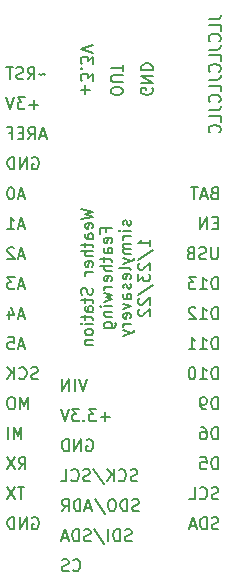
<source format=gbr>
%TF.GenerationSoftware,KiCad,Pcbnew,(6.0.0)*%
%TF.CreationDate,2022-01-23T09:20:33-05:00*%
%TF.ProjectId,Featherwing-bme680-als-PT19-breakout,46656174-6865-4727-9769-6e672d626d65,rev?*%
%TF.SameCoordinates,Original*%
%TF.FileFunction,Legend,Bot*%
%TF.FilePolarity,Positive*%
%FSLAX46Y46*%
G04 Gerber Fmt 4.6, Leading zero omitted, Abs format (unit mm)*
G04 Created by KiCad (PCBNEW (6.0.0)) date 2022-01-23 09:20:33*
%MOMM*%
%LPD*%
G01*
G04 APERTURE LIST*
%ADD10C,0.150000*%
G04 APERTURE END LIST*
D10*
X146772380Y-85550952D02*
X147486666Y-85550952D01*
X147629523Y-85503333D01*
X147724761Y-85408095D01*
X147772380Y-85265238D01*
X147772380Y-85170000D01*
X147772380Y-86503333D02*
X147772380Y-86027142D01*
X146772380Y-86027142D01*
X147677142Y-87408095D02*
X147724761Y-87360476D01*
X147772380Y-87217619D01*
X147772380Y-87122380D01*
X147724761Y-86979523D01*
X147629523Y-86884285D01*
X147534285Y-86836666D01*
X147343809Y-86789047D01*
X147200952Y-86789047D01*
X147010476Y-86836666D01*
X146915238Y-86884285D01*
X146820000Y-86979523D01*
X146772380Y-87122380D01*
X146772380Y-87217619D01*
X146820000Y-87360476D01*
X146867619Y-87408095D01*
X146772380Y-88122380D02*
X147486666Y-88122380D01*
X147629523Y-88074761D01*
X147724761Y-87979523D01*
X147772380Y-87836666D01*
X147772380Y-87741428D01*
X147772380Y-89074761D02*
X147772380Y-88598571D01*
X146772380Y-88598571D01*
X147677142Y-89979523D02*
X147724761Y-89931904D01*
X147772380Y-89789047D01*
X147772380Y-89693809D01*
X147724761Y-89550952D01*
X147629523Y-89455714D01*
X147534285Y-89408095D01*
X147343809Y-89360476D01*
X147200952Y-89360476D01*
X147010476Y-89408095D01*
X146915238Y-89455714D01*
X146820000Y-89550952D01*
X146772380Y-89693809D01*
X146772380Y-89789047D01*
X146820000Y-89931904D01*
X146867619Y-89979523D01*
X146772380Y-90693809D02*
X147486666Y-90693809D01*
X147629523Y-90646190D01*
X147724761Y-90550952D01*
X147772380Y-90408095D01*
X147772380Y-90312857D01*
X147772380Y-91646190D02*
X147772380Y-91170000D01*
X146772380Y-91170000D01*
X147677142Y-92550952D02*
X147724761Y-92503333D01*
X147772380Y-92360476D01*
X147772380Y-92265238D01*
X147724761Y-92122380D01*
X147629523Y-92027142D01*
X147534285Y-91979523D01*
X147343809Y-91931904D01*
X147200952Y-91931904D01*
X147010476Y-91979523D01*
X146915238Y-92027142D01*
X146820000Y-92122380D01*
X146772380Y-92265238D01*
X146772380Y-92360476D01*
X146820000Y-92503333D01*
X146867619Y-92550952D01*
X146772380Y-93265238D02*
X147486666Y-93265238D01*
X147629523Y-93217619D01*
X147724761Y-93122380D01*
X147772380Y-92979523D01*
X147772380Y-92884285D01*
X147772380Y-94217619D02*
X147772380Y-93741428D01*
X146772380Y-93741428D01*
X147677142Y-95122380D02*
X147724761Y-95074761D01*
X147772380Y-94931904D01*
X147772380Y-94836666D01*
X147724761Y-94693809D01*
X147629523Y-94598571D01*
X147534285Y-94550952D01*
X147343809Y-94503333D01*
X147200952Y-94503333D01*
X147010476Y-94550952D01*
X146915238Y-94598571D01*
X146820000Y-94693809D01*
X146772380Y-94836666D01*
X146772380Y-94931904D01*
X146820000Y-95074761D01*
X146867619Y-95122380D01*
X135975380Y-101632476D02*
X136975380Y-101870571D01*
X136261095Y-102061047D01*
X136975380Y-102251523D01*
X135975380Y-102489619D01*
X136927761Y-103251523D02*
X136975380Y-103156285D01*
X136975380Y-102965809D01*
X136927761Y-102870571D01*
X136832523Y-102822952D01*
X136451571Y-102822952D01*
X136356333Y-102870571D01*
X136308714Y-102965809D01*
X136308714Y-103156285D01*
X136356333Y-103251523D01*
X136451571Y-103299142D01*
X136546809Y-103299142D01*
X136642047Y-102822952D01*
X136975380Y-104156285D02*
X136451571Y-104156285D01*
X136356333Y-104108666D01*
X136308714Y-104013428D01*
X136308714Y-103822952D01*
X136356333Y-103727714D01*
X136927761Y-104156285D02*
X136975380Y-104061047D01*
X136975380Y-103822952D01*
X136927761Y-103727714D01*
X136832523Y-103680095D01*
X136737285Y-103680095D01*
X136642047Y-103727714D01*
X136594428Y-103822952D01*
X136594428Y-104061047D01*
X136546809Y-104156285D01*
X136308714Y-104489619D02*
X136308714Y-104870571D01*
X135975380Y-104632476D02*
X136832523Y-104632476D01*
X136927761Y-104680095D01*
X136975380Y-104775333D01*
X136975380Y-104870571D01*
X136975380Y-105203904D02*
X135975380Y-105203904D01*
X136975380Y-105632476D02*
X136451571Y-105632476D01*
X136356333Y-105584857D01*
X136308714Y-105489619D01*
X136308714Y-105346761D01*
X136356333Y-105251523D01*
X136403952Y-105203904D01*
X136927761Y-106489619D02*
X136975380Y-106394380D01*
X136975380Y-106203904D01*
X136927761Y-106108666D01*
X136832523Y-106061047D01*
X136451571Y-106061047D01*
X136356333Y-106108666D01*
X136308714Y-106203904D01*
X136308714Y-106394380D01*
X136356333Y-106489619D01*
X136451571Y-106537238D01*
X136546809Y-106537238D01*
X136642047Y-106061047D01*
X136975380Y-106965809D02*
X136308714Y-106965809D01*
X136499190Y-106965809D02*
X136403952Y-107013428D01*
X136356333Y-107061047D01*
X136308714Y-107156285D01*
X136308714Y-107251523D01*
X136927761Y-108299142D02*
X136975380Y-108442000D01*
X136975380Y-108680095D01*
X136927761Y-108775333D01*
X136880142Y-108822952D01*
X136784904Y-108870571D01*
X136689666Y-108870571D01*
X136594428Y-108822952D01*
X136546809Y-108775333D01*
X136499190Y-108680095D01*
X136451571Y-108489619D01*
X136403952Y-108394380D01*
X136356333Y-108346761D01*
X136261095Y-108299142D01*
X136165857Y-108299142D01*
X136070619Y-108346761D01*
X136023000Y-108394380D01*
X135975380Y-108489619D01*
X135975380Y-108727714D01*
X136023000Y-108870571D01*
X136308714Y-109156285D02*
X136308714Y-109537238D01*
X135975380Y-109299142D02*
X136832523Y-109299142D01*
X136927761Y-109346761D01*
X136975380Y-109442000D01*
X136975380Y-109537238D01*
X136975380Y-110299142D02*
X136451571Y-110299142D01*
X136356333Y-110251523D01*
X136308714Y-110156285D01*
X136308714Y-109965809D01*
X136356333Y-109870571D01*
X136927761Y-110299142D02*
X136975380Y-110203904D01*
X136975380Y-109965809D01*
X136927761Y-109870571D01*
X136832523Y-109822952D01*
X136737285Y-109822952D01*
X136642047Y-109870571D01*
X136594428Y-109965809D01*
X136594428Y-110203904D01*
X136546809Y-110299142D01*
X136308714Y-110632476D02*
X136308714Y-111013428D01*
X135975380Y-110775333D02*
X136832523Y-110775333D01*
X136927761Y-110822952D01*
X136975380Y-110918190D01*
X136975380Y-111013428D01*
X136975380Y-111346761D02*
X136308714Y-111346761D01*
X135975380Y-111346761D02*
X136023000Y-111299142D01*
X136070619Y-111346761D01*
X136023000Y-111394380D01*
X135975380Y-111346761D01*
X136070619Y-111346761D01*
X136975380Y-111965809D02*
X136927761Y-111870571D01*
X136880142Y-111822952D01*
X136784904Y-111775333D01*
X136499190Y-111775333D01*
X136403952Y-111822952D01*
X136356333Y-111870571D01*
X136308714Y-111965809D01*
X136308714Y-112108666D01*
X136356333Y-112203904D01*
X136403952Y-112251523D01*
X136499190Y-112299142D01*
X136784904Y-112299142D01*
X136880142Y-112251523D01*
X136927761Y-112203904D01*
X136975380Y-112108666D01*
X136975380Y-111965809D01*
X136308714Y-112727714D02*
X136975380Y-112727714D01*
X136403952Y-112727714D02*
X136356333Y-112775333D01*
X136308714Y-112870571D01*
X136308714Y-113013428D01*
X136356333Y-113108666D01*
X136451571Y-113156285D01*
X136975380Y-113156285D01*
X138061571Y-103561047D02*
X138061571Y-103227714D01*
X138585380Y-103227714D02*
X137585380Y-103227714D01*
X137585380Y-103703904D01*
X138537761Y-104465809D02*
X138585380Y-104370571D01*
X138585380Y-104180095D01*
X138537761Y-104084857D01*
X138442523Y-104037238D01*
X138061571Y-104037238D01*
X137966333Y-104084857D01*
X137918714Y-104180095D01*
X137918714Y-104370571D01*
X137966333Y-104465809D01*
X138061571Y-104513428D01*
X138156809Y-104513428D01*
X138252047Y-104037238D01*
X138585380Y-105370571D02*
X138061571Y-105370571D01*
X137966333Y-105322952D01*
X137918714Y-105227714D01*
X137918714Y-105037238D01*
X137966333Y-104942000D01*
X138537761Y-105370571D02*
X138585380Y-105275333D01*
X138585380Y-105037238D01*
X138537761Y-104942000D01*
X138442523Y-104894380D01*
X138347285Y-104894380D01*
X138252047Y-104942000D01*
X138204428Y-105037238D01*
X138204428Y-105275333D01*
X138156809Y-105370571D01*
X137918714Y-105703904D02*
X137918714Y-106084857D01*
X137585380Y-105846761D02*
X138442523Y-105846761D01*
X138537761Y-105894380D01*
X138585380Y-105989619D01*
X138585380Y-106084857D01*
X138585380Y-106418190D02*
X137585380Y-106418190D01*
X138585380Y-106846761D02*
X138061571Y-106846761D01*
X137966333Y-106799142D01*
X137918714Y-106703904D01*
X137918714Y-106561047D01*
X137966333Y-106465809D01*
X138013952Y-106418190D01*
X138537761Y-107703904D02*
X138585380Y-107608666D01*
X138585380Y-107418190D01*
X138537761Y-107322952D01*
X138442523Y-107275333D01*
X138061571Y-107275333D01*
X137966333Y-107322952D01*
X137918714Y-107418190D01*
X137918714Y-107608666D01*
X137966333Y-107703904D01*
X138061571Y-107751523D01*
X138156809Y-107751523D01*
X138252047Y-107275333D01*
X138585380Y-108180095D02*
X137918714Y-108180095D01*
X138109190Y-108180095D02*
X138013952Y-108227714D01*
X137966333Y-108275333D01*
X137918714Y-108370571D01*
X137918714Y-108465809D01*
X137918714Y-108703904D02*
X138585380Y-108894380D01*
X138109190Y-109084857D01*
X138585380Y-109275333D01*
X137918714Y-109465809D01*
X138585380Y-109846761D02*
X137918714Y-109846761D01*
X137585380Y-109846761D02*
X137633000Y-109799142D01*
X137680619Y-109846761D01*
X137633000Y-109894380D01*
X137585380Y-109846761D01*
X137680619Y-109846761D01*
X137918714Y-110322952D02*
X138585380Y-110322952D01*
X138013952Y-110322952D02*
X137966333Y-110370571D01*
X137918714Y-110465809D01*
X137918714Y-110608666D01*
X137966333Y-110703904D01*
X138061571Y-110751523D01*
X138585380Y-110751523D01*
X137918714Y-111656285D02*
X138728238Y-111656285D01*
X138823476Y-111608666D01*
X138871095Y-111561047D01*
X138918714Y-111465809D01*
X138918714Y-111322952D01*
X138871095Y-111227714D01*
X138537761Y-111656285D02*
X138585380Y-111561047D01*
X138585380Y-111370571D01*
X138537761Y-111275333D01*
X138490142Y-111227714D01*
X138394904Y-111180095D01*
X138109190Y-111180095D01*
X138013952Y-111227714D01*
X137966333Y-111275333D01*
X137918714Y-111370571D01*
X137918714Y-111561047D01*
X137966333Y-111656285D01*
X140147761Y-102584857D02*
X140195380Y-102680095D01*
X140195380Y-102870571D01*
X140147761Y-102965809D01*
X140052523Y-103013428D01*
X140004904Y-103013428D01*
X139909666Y-102965809D01*
X139862047Y-102870571D01*
X139862047Y-102727714D01*
X139814428Y-102632476D01*
X139719190Y-102584857D01*
X139671571Y-102584857D01*
X139576333Y-102632476D01*
X139528714Y-102727714D01*
X139528714Y-102870571D01*
X139576333Y-102965809D01*
X140195380Y-103442000D02*
X139528714Y-103442000D01*
X139195380Y-103442000D02*
X139243000Y-103394380D01*
X139290619Y-103442000D01*
X139243000Y-103489619D01*
X139195380Y-103442000D01*
X139290619Y-103442000D01*
X140195380Y-103918190D02*
X139528714Y-103918190D01*
X139719190Y-103918190D02*
X139623952Y-103965809D01*
X139576333Y-104013428D01*
X139528714Y-104108666D01*
X139528714Y-104203904D01*
X140195380Y-104537238D02*
X139528714Y-104537238D01*
X139623952Y-104537238D02*
X139576333Y-104584857D01*
X139528714Y-104680095D01*
X139528714Y-104822952D01*
X139576333Y-104918190D01*
X139671571Y-104965809D01*
X140195380Y-104965809D01*
X139671571Y-104965809D02*
X139576333Y-105013428D01*
X139528714Y-105108666D01*
X139528714Y-105251523D01*
X139576333Y-105346761D01*
X139671571Y-105394380D01*
X140195380Y-105394380D01*
X139528714Y-105775333D02*
X140195380Y-106013428D01*
X139528714Y-106251523D02*
X140195380Y-106013428D01*
X140433476Y-105918190D01*
X140481095Y-105870571D01*
X140528714Y-105775333D01*
X140195380Y-106775333D02*
X140147761Y-106680095D01*
X140052523Y-106632476D01*
X139195380Y-106632476D01*
X140147761Y-107537238D02*
X140195380Y-107442000D01*
X140195380Y-107251523D01*
X140147761Y-107156285D01*
X140052523Y-107108666D01*
X139671571Y-107108666D01*
X139576333Y-107156285D01*
X139528714Y-107251523D01*
X139528714Y-107442000D01*
X139576333Y-107537238D01*
X139671571Y-107584857D01*
X139766809Y-107584857D01*
X139862047Y-107108666D01*
X140147761Y-107965809D02*
X140195380Y-108061047D01*
X140195380Y-108251523D01*
X140147761Y-108346761D01*
X140052523Y-108394380D01*
X140004904Y-108394380D01*
X139909666Y-108346761D01*
X139862047Y-108251523D01*
X139862047Y-108108666D01*
X139814428Y-108013428D01*
X139719190Y-107965809D01*
X139671571Y-107965809D01*
X139576333Y-108013428D01*
X139528714Y-108108666D01*
X139528714Y-108251523D01*
X139576333Y-108346761D01*
X140195380Y-109251523D02*
X139671571Y-109251523D01*
X139576333Y-109203904D01*
X139528714Y-109108666D01*
X139528714Y-108918190D01*
X139576333Y-108822952D01*
X140147761Y-109251523D02*
X140195380Y-109156285D01*
X140195380Y-108918190D01*
X140147761Y-108822952D01*
X140052523Y-108775333D01*
X139957285Y-108775333D01*
X139862047Y-108822952D01*
X139814428Y-108918190D01*
X139814428Y-109156285D01*
X139766809Y-109251523D01*
X139528714Y-109632476D02*
X140195380Y-109870571D01*
X139528714Y-110108666D01*
X140147761Y-110870571D02*
X140195380Y-110775333D01*
X140195380Y-110584857D01*
X140147761Y-110489619D01*
X140052523Y-110442000D01*
X139671571Y-110442000D01*
X139576333Y-110489619D01*
X139528714Y-110584857D01*
X139528714Y-110775333D01*
X139576333Y-110870571D01*
X139671571Y-110918190D01*
X139766809Y-110918190D01*
X139862047Y-110442000D01*
X140195380Y-111346761D02*
X139528714Y-111346761D01*
X139719190Y-111346761D02*
X139623952Y-111394380D01*
X139576333Y-111442000D01*
X139528714Y-111537238D01*
X139528714Y-111632476D01*
X139528714Y-111870571D02*
X140195380Y-112108666D01*
X139528714Y-112346761D02*
X140195380Y-112108666D01*
X140433476Y-112013428D01*
X140481095Y-111965809D01*
X140528714Y-111870571D01*
X141805380Y-104775333D02*
X141805380Y-104203904D01*
X141805380Y-104489619D02*
X140805380Y-104489619D01*
X140948238Y-104394380D01*
X141043476Y-104299142D01*
X141091095Y-104203904D01*
X140757761Y-105918190D02*
X142043476Y-105061047D01*
X140900619Y-106203904D02*
X140853000Y-106251523D01*
X140805380Y-106346761D01*
X140805380Y-106584857D01*
X140853000Y-106680095D01*
X140900619Y-106727714D01*
X140995857Y-106775333D01*
X141091095Y-106775333D01*
X141233952Y-106727714D01*
X141805380Y-106156285D01*
X141805380Y-106775333D01*
X140805380Y-107108666D02*
X140805380Y-107727714D01*
X141186333Y-107394380D01*
X141186333Y-107537238D01*
X141233952Y-107632476D01*
X141281571Y-107680095D01*
X141376809Y-107727714D01*
X141614904Y-107727714D01*
X141710142Y-107680095D01*
X141757761Y-107632476D01*
X141805380Y-107537238D01*
X141805380Y-107251523D01*
X141757761Y-107156285D01*
X141710142Y-107108666D01*
X140757761Y-108870571D02*
X142043476Y-108013428D01*
X140900619Y-109156285D02*
X140853000Y-109203904D01*
X140805380Y-109299142D01*
X140805380Y-109537238D01*
X140853000Y-109632476D01*
X140900619Y-109680095D01*
X140995857Y-109727714D01*
X141091095Y-109727714D01*
X141233952Y-109680095D01*
X141805380Y-109108666D01*
X141805380Y-109727714D01*
X140900619Y-110108666D02*
X140853000Y-110156285D01*
X140805380Y-110251523D01*
X140805380Y-110489619D01*
X140853000Y-110584857D01*
X140900619Y-110632476D01*
X140995857Y-110680095D01*
X141091095Y-110680095D01*
X141233952Y-110632476D01*
X141805380Y-110061047D01*
X141805380Y-110680095D01*
X141978000Y-91392190D02*
X142025619Y-91487428D01*
X142025619Y-91630286D01*
X141978000Y-91773143D01*
X141882761Y-91868381D01*
X141787523Y-91916000D01*
X141597047Y-91963619D01*
X141454190Y-91963619D01*
X141263714Y-91916000D01*
X141168476Y-91868381D01*
X141073238Y-91773143D01*
X141025619Y-91630286D01*
X141025619Y-91535047D01*
X141073238Y-91392190D01*
X141120857Y-91344571D01*
X141454190Y-91344571D01*
X141454190Y-91535047D01*
X141025619Y-90916000D02*
X142025619Y-90916000D01*
X141025619Y-90344571D01*
X142025619Y-90344571D01*
X141025619Y-89868381D02*
X142025619Y-89868381D01*
X142025619Y-89630286D01*
X141978000Y-89487428D01*
X141882761Y-89392190D01*
X141787523Y-89344571D01*
X141597047Y-89296952D01*
X141454190Y-89296952D01*
X141263714Y-89344571D01*
X141168476Y-89392190D01*
X141073238Y-89487428D01*
X141025619Y-89630286D01*
X141025619Y-89868381D01*
X136326571Y-91916000D02*
X136326571Y-91154095D01*
X135945619Y-91535047D02*
X136707523Y-91535047D01*
X136945619Y-90773142D02*
X136945619Y-90154095D01*
X136564666Y-90487428D01*
X136564666Y-90344571D01*
X136517047Y-90249333D01*
X136469428Y-90201714D01*
X136374190Y-90154095D01*
X136136095Y-90154095D01*
X136040857Y-90201714D01*
X135993238Y-90249333D01*
X135945619Y-90344571D01*
X135945619Y-90630285D01*
X135993238Y-90725523D01*
X136040857Y-90773142D01*
X136040857Y-89725523D02*
X135993238Y-89677904D01*
X135945619Y-89725523D01*
X135993238Y-89773142D01*
X136040857Y-89725523D01*
X135945619Y-89725523D01*
X136945619Y-89344571D02*
X136945619Y-88725523D01*
X136564666Y-89058857D01*
X136564666Y-88916000D01*
X136517047Y-88820761D01*
X136469428Y-88773142D01*
X136374190Y-88725523D01*
X136136095Y-88725523D01*
X136040857Y-88773142D01*
X135993238Y-88820761D01*
X135945619Y-88916000D01*
X135945619Y-89201714D01*
X135993238Y-89296952D01*
X136040857Y-89344571D01*
X136945619Y-88439809D02*
X135945619Y-88106476D01*
X136945619Y-87773142D01*
X139485619Y-91725524D02*
X139485619Y-91535047D01*
X139438000Y-91439809D01*
X139342761Y-91344571D01*
X139152285Y-91296952D01*
X138818952Y-91296952D01*
X138628476Y-91344571D01*
X138533238Y-91439809D01*
X138485619Y-91535047D01*
X138485619Y-91725524D01*
X138533238Y-91820762D01*
X138628476Y-91916000D01*
X138818952Y-91963619D01*
X139152285Y-91963619D01*
X139342761Y-91916000D01*
X139438000Y-91820762D01*
X139485619Y-91725524D01*
X139485619Y-90868381D02*
X138676095Y-90868381D01*
X138580857Y-90820762D01*
X138533238Y-90773143D01*
X138485619Y-90677904D01*
X138485619Y-90487428D01*
X138533238Y-90392190D01*
X138580857Y-90344571D01*
X138676095Y-90296952D01*
X139485619Y-90296952D01*
X139485619Y-89963619D02*
X139485619Y-89392190D01*
X138485619Y-89677904D02*
X139485619Y-89677904D01*
X136437524Y-116051080D02*
X136104190Y-117051080D01*
X135770857Y-116051080D01*
X135437524Y-117051080D02*
X135437524Y-116051080D01*
X134961333Y-117051080D02*
X134961333Y-116051080D01*
X134389905Y-117051080D01*
X134389905Y-116051080D01*
X136437523Y-121166000D02*
X136532761Y-121118380D01*
X136675619Y-121118380D01*
X136818476Y-121166000D01*
X136913714Y-121261238D01*
X136961333Y-121356476D01*
X137008952Y-121546952D01*
X137008952Y-121689809D01*
X136961333Y-121880285D01*
X136913714Y-121975523D01*
X136818476Y-122070761D01*
X136675619Y-122118380D01*
X136580380Y-122118380D01*
X136437523Y-122070761D01*
X136389904Y-122023142D01*
X136389904Y-121689809D01*
X136580380Y-121689809D01*
X135961333Y-122118380D02*
X135961333Y-121118380D01*
X135389904Y-122118380D01*
X135389904Y-121118380D01*
X134913714Y-122118380D02*
X134913714Y-121118380D01*
X134675619Y-121118380D01*
X134532761Y-121166000D01*
X134437523Y-121261238D01*
X134389904Y-121356476D01*
X134342285Y-121546952D01*
X134342285Y-121689809D01*
X134389904Y-121880285D01*
X134437523Y-121975523D01*
X134532761Y-122070761D01*
X134675619Y-122118380D01*
X134913714Y-122118380D01*
X140723238Y-124610761D02*
X140580381Y-124658380D01*
X140342285Y-124658380D01*
X140247047Y-124610761D01*
X140199428Y-124563142D01*
X140151809Y-124467904D01*
X140151809Y-124372666D01*
X140199428Y-124277428D01*
X140247047Y-124229809D01*
X140342285Y-124182190D01*
X140532762Y-124134571D01*
X140628000Y-124086952D01*
X140675619Y-124039333D01*
X140723238Y-123944095D01*
X140723238Y-123848857D01*
X140675619Y-123753619D01*
X140628000Y-123706000D01*
X140532762Y-123658380D01*
X140294666Y-123658380D01*
X140151809Y-123706000D01*
X139151809Y-124563142D02*
X139199428Y-124610761D01*
X139342285Y-124658380D01*
X139437523Y-124658380D01*
X139580381Y-124610761D01*
X139675619Y-124515523D01*
X139723238Y-124420285D01*
X139770857Y-124229809D01*
X139770857Y-124086952D01*
X139723238Y-123896476D01*
X139675619Y-123801238D01*
X139580381Y-123706000D01*
X139437523Y-123658380D01*
X139342285Y-123658380D01*
X139199428Y-123706000D01*
X139151809Y-123753619D01*
X138723238Y-124658380D02*
X138723238Y-123658380D01*
X138151809Y-124658380D02*
X138580381Y-124086952D01*
X138151809Y-123658380D02*
X138723238Y-124229809D01*
X137008952Y-123610761D02*
X137866095Y-124896476D01*
X136723238Y-124610761D02*
X136580381Y-124658380D01*
X136342285Y-124658380D01*
X136247047Y-124610761D01*
X136199428Y-124563142D01*
X136151809Y-124467904D01*
X136151809Y-124372666D01*
X136199428Y-124277428D01*
X136247047Y-124229809D01*
X136342285Y-124182190D01*
X136532762Y-124134571D01*
X136628000Y-124086952D01*
X136675619Y-124039333D01*
X136723238Y-123944095D01*
X136723238Y-123848857D01*
X136675619Y-123753619D01*
X136628000Y-123706000D01*
X136532762Y-123658380D01*
X136294666Y-123658380D01*
X136151809Y-123706000D01*
X135151809Y-124563142D02*
X135199428Y-124610761D01*
X135342285Y-124658380D01*
X135437523Y-124658380D01*
X135580381Y-124610761D01*
X135675619Y-124515523D01*
X135723238Y-124420285D01*
X135770857Y-124229809D01*
X135770857Y-124086952D01*
X135723238Y-123896476D01*
X135675619Y-123801238D01*
X135580381Y-123706000D01*
X135437523Y-123658380D01*
X135342285Y-123658380D01*
X135199428Y-123706000D01*
X135151809Y-123753619D01*
X134247047Y-124658380D02*
X134723238Y-124658380D01*
X134723238Y-123658380D01*
X140247047Y-129690761D02*
X140104190Y-129738380D01*
X139866095Y-129738380D01*
X139770857Y-129690761D01*
X139723238Y-129643142D01*
X139675619Y-129547904D01*
X139675619Y-129452666D01*
X139723238Y-129357428D01*
X139770857Y-129309809D01*
X139866095Y-129262190D01*
X140056571Y-129214571D01*
X140151809Y-129166952D01*
X140199428Y-129119333D01*
X140247047Y-129024095D01*
X140247047Y-128928857D01*
X140199428Y-128833619D01*
X140151809Y-128786000D01*
X140056571Y-128738380D01*
X139818476Y-128738380D01*
X139675619Y-128786000D01*
X139247047Y-129738380D02*
X139247047Y-128738380D01*
X139008952Y-128738380D01*
X138866095Y-128786000D01*
X138770857Y-128881238D01*
X138723238Y-128976476D01*
X138675619Y-129166952D01*
X138675619Y-129309809D01*
X138723238Y-129500285D01*
X138770857Y-129595523D01*
X138866095Y-129690761D01*
X139008952Y-129738380D01*
X139247047Y-129738380D01*
X138247047Y-129738380D02*
X138247047Y-128738380D01*
X137056571Y-128690761D02*
X137913714Y-129976476D01*
X136770857Y-129690761D02*
X136628000Y-129738380D01*
X136389905Y-129738380D01*
X136294667Y-129690761D01*
X136247047Y-129643142D01*
X136199428Y-129547904D01*
X136199428Y-129452666D01*
X136247047Y-129357428D01*
X136294667Y-129309809D01*
X136389905Y-129262190D01*
X136580381Y-129214571D01*
X136675619Y-129166952D01*
X136723238Y-129119333D01*
X136770857Y-129024095D01*
X136770857Y-128928857D01*
X136723238Y-128833619D01*
X136675619Y-128786000D01*
X136580381Y-128738380D01*
X136342286Y-128738380D01*
X136199428Y-128786000D01*
X135770857Y-129738380D02*
X135770857Y-128738380D01*
X135532762Y-128738380D01*
X135389905Y-128786000D01*
X135294667Y-128881238D01*
X135247047Y-128976476D01*
X135199428Y-129166952D01*
X135199428Y-129309809D01*
X135247047Y-129500285D01*
X135294667Y-129595523D01*
X135389905Y-129690761D01*
X135532762Y-129738380D01*
X135770857Y-129738380D01*
X134818476Y-129452666D02*
X134342286Y-129452666D01*
X134913714Y-129738380D02*
X134580381Y-128738380D01*
X134247047Y-129738380D01*
X135294666Y-132183142D02*
X135342285Y-132230761D01*
X135485142Y-132278380D01*
X135580380Y-132278380D01*
X135723238Y-132230761D01*
X135818476Y-132135523D01*
X135866095Y-132040285D01*
X135913714Y-131849809D01*
X135913714Y-131706952D01*
X135866095Y-131516476D01*
X135818476Y-131421238D01*
X135723238Y-131326000D01*
X135580380Y-131278380D01*
X135485142Y-131278380D01*
X135342285Y-131326000D01*
X135294666Y-131373619D01*
X134913714Y-132230761D02*
X134770857Y-132278380D01*
X134532761Y-132278380D01*
X134437523Y-132230761D01*
X134389904Y-132183142D01*
X134342285Y-132087904D01*
X134342285Y-131992666D01*
X134389904Y-131897428D01*
X134437523Y-131849809D01*
X134532761Y-131802190D01*
X134723238Y-131754571D01*
X134818476Y-131706952D01*
X134866095Y-131659333D01*
X134913714Y-131564095D01*
X134913714Y-131468857D01*
X134866095Y-131373619D01*
X134818476Y-131326000D01*
X134723238Y-131278380D01*
X134485142Y-131278380D01*
X134342285Y-131326000D01*
X138389905Y-119197428D02*
X137628000Y-119197428D01*
X138008952Y-119578380D02*
X138008952Y-118816476D01*
X137247047Y-118578380D02*
X136628000Y-118578380D01*
X136961333Y-118959333D01*
X136818476Y-118959333D01*
X136723238Y-119006952D01*
X136675619Y-119054571D01*
X136628000Y-119149809D01*
X136628000Y-119387904D01*
X136675619Y-119483142D01*
X136723238Y-119530761D01*
X136818476Y-119578380D01*
X137104190Y-119578380D01*
X137199428Y-119530761D01*
X137247047Y-119483142D01*
X136199428Y-119483142D02*
X136151809Y-119530761D01*
X136199428Y-119578380D01*
X136247047Y-119530761D01*
X136199428Y-119483142D01*
X136199428Y-119578380D01*
X135818476Y-118578380D02*
X135199428Y-118578380D01*
X135532762Y-118959333D01*
X135389905Y-118959333D01*
X135294666Y-119006952D01*
X135247047Y-119054571D01*
X135199428Y-119149809D01*
X135199428Y-119387904D01*
X135247047Y-119483142D01*
X135294666Y-119530761D01*
X135389905Y-119578380D01*
X135675619Y-119578380D01*
X135770857Y-119530761D01*
X135818476Y-119483142D01*
X134913714Y-118578380D02*
X134580381Y-119578380D01*
X134247047Y-118578380D01*
X140866095Y-127150761D02*
X140723238Y-127198380D01*
X140485143Y-127198380D01*
X140389905Y-127150761D01*
X140342286Y-127103142D01*
X140294667Y-127007904D01*
X140294667Y-126912666D01*
X140342286Y-126817428D01*
X140389905Y-126769809D01*
X140485143Y-126722190D01*
X140675619Y-126674571D01*
X140770857Y-126626952D01*
X140818476Y-126579333D01*
X140866095Y-126484095D01*
X140866095Y-126388857D01*
X140818476Y-126293619D01*
X140770857Y-126246000D01*
X140675619Y-126198380D01*
X140437524Y-126198380D01*
X140294667Y-126246000D01*
X139866095Y-127198380D02*
X139866095Y-126198380D01*
X139628000Y-126198380D01*
X139485143Y-126246000D01*
X139389905Y-126341238D01*
X139342286Y-126436476D01*
X139294667Y-126626952D01*
X139294667Y-126769809D01*
X139342286Y-126960285D01*
X139389905Y-127055523D01*
X139485143Y-127150761D01*
X139628000Y-127198380D01*
X139866095Y-127198380D01*
X138675619Y-126198380D02*
X138485143Y-126198380D01*
X138389905Y-126246000D01*
X138294667Y-126341238D01*
X138247048Y-126531714D01*
X138247048Y-126865047D01*
X138294667Y-127055523D01*
X138389905Y-127150761D01*
X138485143Y-127198380D01*
X138675619Y-127198380D01*
X138770857Y-127150761D01*
X138866095Y-127055523D01*
X138913714Y-126865047D01*
X138913714Y-126531714D01*
X138866095Y-126341238D01*
X138770857Y-126246000D01*
X138675619Y-126198380D01*
X137104191Y-126150761D02*
X137961333Y-127436476D01*
X136818476Y-126912666D02*
X136342286Y-126912666D01*
X136913714Y-127198380D02*
X136580381Y-126198380D01*
X136247048Y-127198380D01*
X135913714Y-127198380D02*
X135913714Y-126198380D01*
X135675619Y-126198380D01*
X135532762Y-126246000D01*
X135437524Y-126341238D01*
X135389905Y-126436476D01*
X135342286Y-126626952D01*
X135342286Y-126769809D01*
X135389905Y-126960285D01*
X135437524Y-127055523D01*
X135532762Y-127150761D01*
X135675619Y-127198380D01*
X135913714Y-127198380D01*
X134342286Y-127198380D02*
X134675619Y-126722190D01*
X134913714Y-127198380D02*
X134913714Y-126198380D01*
X134532762Y-126198380D01*
X134437524Y-126246000D01*
X134389905Y-126293619D01*
X134342286Y-126388857D01*
X134342286Y-126531714D01*
X134389905Y-126626952D01*
X134437524Y-126674571D01*
X134532762Y-126722190D01*
X134913714Y-126722190D01*
X147550095Y-113482380D02*
X147550095Y-112482380D01*
X147312000Y-112482380D01*
X147169143Y-112530000D01*
X147073905Y-112625238D01*
X147026286Y-112720476D01*
X146978667Y-112910952D01*
X146978667Y-113053809D01*
X147026286Y-113244285D01*
X147073905Y-113339523D01*
X147169143Y-113434761D01*
X147312000Y-113482380D01*
X147550095Y-113482380D01*
X146026286Y-113482380D02*
X146597714Y-113482380D01*
X146312000Y-113482380D02*
X146312000Y-112482380D01*
X146407238Y-112625238D01*
X146502476Y-112720476D01*
X146597714Y-112768095D01*
X145073905Y-113482380D02*
X145645333Y-113482380D01*
X145359619Y-113482380D02*
X145359619Y-112482380D01*
X145454857Y-112625238D01*
X145550095Y-112720476D01*
X145645333Y-112768095D01*
X147597714Y-128674761D02*
X147454857Y-128722380D01*
X147216762Y-128722380D01*
X147121524Y-128674761D01*
X147073905Y-128627142D01*
X147026286Y-128531904D01*
X147026286Y-128436666D01*
X147073905Y-128341428D01*
X147121524Y-128293809D01*
X147216762Y-128246190D01*
X147407238Y-128198571D01*
X147502476Y-128150952D01*
X147550095Y-128103333D01*
X147597714Y-128008095D01*
X147597714Y-127912857D01*
X147550095Y-127817619D01*
X147502476Y-127770000D01*
X147407238Y-127722380D01*
X147169143Y-127722380D01*
X147026286Y-127770000D01*
X146597714Y-128722380D02*
X146597714Y-127722380D01*
X146359619Y-127722380D01*
X146216762Y-127770000D01*
X146121524Y-127865238D01*
X146073905Y-127960476D01*
X146026286Y-128150952D01*
X146026286Y-128293809D01*
X146073905Y-128484285D01*
X146121524Y-128579523D01*
X146216762Y-128674761D01*
X146359619Y-128722380D01*
X146597714Y-128722380D01*
X145645333Y-128436666D02*
X145169143Y-128436666D01*
X145740571Y-128722380D02*
X145407238Y-127722380D01*
X145073905Y-128722380D01*
X147550095Y-110942380D02*
X147550095Y-109942380D01*
X147312000Y-109942380D01*
X147169143Y-109990000D01*
X147073905Y-110085238D01*
X147026286Y-110180476D01*
X146978667Y-110370952D01*
X146978667Y-110513809D01*
X147026286Y-110704285D01*
X147073905Y-110799523D01*
X147169143Y-110894761D01*
X147312000Y-110942380D01*
X147550095Y-110942380D01*
X146026286Y-110942380D02*
X146597714Y-110942380D01*
X146312000Y-110942380D02*
X146312000Y-109942380D01*
X146407238Y-110085238D01*
X146502476Y-110180476D01*
X146597714Y-110228095D01*
X145645333Y-110037619D02*
X145597714Y-109990000D01*
X145502476Y-109942380D01*
X145264381Y-109942380D01*
X145169143Y-109990000D01*
X145121524Y-110037619D01*
X145073905Y-110132857D01*
X145073905Y-110228095D01*
X145121524Y-110370952D01*
X145692952Y-110942380D01*
X145073905Y-110942380D01*
X147550095Y-102798571D02*
X147216761Y-102798571D01*
X147073904Y-103322380D02*
X147550095Y-103322380D01*
X147550095Y-102322380D01*
X147073904Y-102322380D01*
X146645333Y-103322380D02*
X146645333Y-102322380D01*
X146073904Y-103322380D01*
X146073904Y-102322380D01*
X147550095Y-118562380D02*
X147550095Y-117562380D01*
X147312000Y-117562380D01*
X147169142Y-117610000D01*
X147073904Y-117705238D01*
X147026285Y-117800476D01*
X146978666Y-117990952D01*
X146978666Y-118133809D01*
X147026285Y-118324285D01*
X147073904Y-118419523D01*
X147169142Y-118514761D01*
X147312000Y-118562380D01*
X147550095Y-118562380D01*
X146502476Y-118562380D02*
X146312000Y-118562380D01*
X146216761Y-118514761D01*
X146169142Y-118467142D01*
X146073904Y-118324285D01*
X146026285Y-118133809D01*
X146026285Y-117752857D01*
X146073904Y-117657619D01*
X146121523Y-117610000D01*
X146216761Y-117562380D01*
X146407238Y-117562380D01*
X146502476Y-117610000D01*
X146550095Y-117657619D01*
X146597714Y-117752857D01*
X146597714Y-117990952D01*
X146550095Y-118086190D01*
X146502476Y-118133809D01*
X146407238Y-118181428D01*
X146216761Y-118181428D01*
X146121523Y-118133809D01*
X146073904Y-118086190D01*
X146026285Y-117990952D01*
X147550095Y-116022380D02*
X147550095Y-115022380D01*
X147312000Y-115022380D01*
X147169143Y-115070000D01*
X147073905Y-115165238D01*
X147026286Y-115260476D01*
X146978667Y-115450952D01*
X146978667Y-115593809D01*
X147026286Y-115784285D01*
X147073905Y-115879523D01*
X147169143Y-115974761D01*
X147312000Y-116022380D01*
X147550095Y-116022380D01*
X146026286Y-116022380D02*
X146597714Y-116022380D01*
X146312000Y-116022380D02*
X146312000Y-115022380D01*
X146407238Y-115165238D01*
X146502476Y-115260476D01*
X146597714Y-115308095D01*
X145407238Y-115022380D02*
X145312000Y-115022380D01*
X145216762Y-115070000D01*
X145169143Y-115117619D01*
X145121524Y-115212857D01*
X145073905Y-115403333D01*
X145073905Y-115641428D01*
X145121524Y-115831904D01*
X145169143Y-115927142D01*
X145216762Y-115974761D01*
X145312000Y-116022380D01*
X145407238Y-116022380D01*
X145502476Y-115974761D01*
X145550095Y-115927142D01*
X145597714Y-115831904D01*
X145645333Y-115641428D01*
X145645333Y-115403333D01*
X145597714Y-115212857D01*
X145550095Y-115117619D01*
X145502476Y-115070000D01*
X145407238Y-115022380D01*
X147597714Y-126134761D02*
X147454857Y-126182380D01*
X147216761Y-126182380D01*
X147121523Y-126134761D01*
X147073904Y-126087142D01*
X147026285Y-125991904D01*
X147026285Y-125896666D01*
X147073904Y-125801428D01*
X147121523Y-125753809D01*
X147216761Y-125706190D01*
X147407238Y-125658571D01*
X147502476Y-125610952D01*
X147550095Y-125563333D01*
X147597714Y-125468095D01*
X147597714Y-125372857D01*
X147550095Y-125277619D01*
X147502476Y-125230000D01*
X147407238Y-125182380D01*
X147169142Y-125182380D01*
X147026285Y-125230000D01*
X146026285Y-126087142D02*
X146073904Y-126134761D01*
X146216761Y-126182380D01*
X146311999Y-126182380D01*
X146454857Y-126134761D01*
X146550095Y-126039523D01*
X146597714Y-125944285D01*
X146645333Y-125753809D01*
X146645333Y-125610952D01*
X146597714Y-125420476D01*
X146550095Y-125325238D01*
X146454857Y-125230000D01*
X146311999Y-125182380D01*
X146216761Y-125182380D01*
X146073904Y-125230000D01*
X146026285Y-125277619D01*
X145121523Y-126182380D02*
X145597714Y-126182380D01*
X145597714Y-125182380D01*
X147550095Y-123642380D02*
X147550095Y-122642380D01*
X147312000Y-122642380D01*
X147169142Y-122690000D01*
X147073904Y-122785238D01*
X147026285Y-122880476D01*
X146978666Y-123070952D01*
X146978666Y-123213809D01*
X147026285Y-123404285D01*
X147073904Y-123499523D01*
X147169142Y-123594761D01*
X147312000Y-123642380D01*
X147550095Y-123642380D01*
X146073904Y-122642380D02*
X146550095Y-122642380D01*
X146597714Y-123118571D01*
X146550095Y-123070952D01*
X146454857Y-123023333D01*
X146216761Y-123023333D01*
X146121523Y-123070952D01*
X146073904Y-123118571D01*
X146026285Y-123213809D01*
X146026285Y-123451904D01*
X146073904Y-123547142D01*
X146121523Y-123594761D01*
X146216761Y-123642380D01*
X146454857Y-123642380D01*
X146550095Y-123594761D01*
X146597714Y-123547142D01*
X147550095Y-108402380D02*
X147550095Y-107402380D01*
X147312000Y-107402380D01*
X147169143Y-107450000D01*
X147073905Y-107545238D01*
X147026286Y-107640476D01*
X146978667Y-107830952D01*
X146978667Y-107973809D01*
X147026286Y-108164285D01*
X147073905Y-108259523D01*
X147169143Y-108354761D01*
X147312000Y-108402380D01*
X147550095Y-108402380D01*
X146026286Y-108402380D02*
X146597714Y-108402380D01*
X146312000Y-108402380D02*
X146312000Y-107402380D01*
X146407238Y-107545238D01*
X146502476Y-107640476D01*
X146597714Y-107688095D01*
X145692952Y-107402380D02*
X145073905Y-107402380D01*
X145407238Y-107783333D01*
X145264381Y-107783333D01*
X145169143Y-107830952D01*
X145121524Y-107878571D01*
X145073905Y-107973809D01*
X145073905Y-108211904D01*
X145121524Y-108307142D01*
X145169143Y-108354761D01*
X145264381Y-108402380D01*
X145550095Y-108402380D01*
X145645333Y-108354761D01*
X145692952Y-108307142D01*
X147550095Y-104862380D02*
X147550095Y-105671904D01*
X147502476Y-105767142D01*
X147454857Y-105814761D01*
X147359619Y-105862380D01*
X147169143Y-105862380D01*
X147073905Y-105814761D01*
X147026286Y-105767142D01*
X146978667Y-105671904D01*
X146978667Y-104862380D01*
X146550095Y-105814761D02*
X146407238Y-105862380D01*
X146169143Y-105862380D01*
X146073905Y-105814761D01*
X146026286Y-105767142D01*
X145978667Y-105671904D01*
X145978667Y-105576666D01*
X146026286Y-105481428D01*
X146073905Y-105433809D01*
X146169143Y-105386190D01*
X146359619Y-105338571D01*
X146454857Y-105290952D01*
X146502476Y-105243333D01*
X146550095Y-105148095D01*
X146550095Y-105052857D01*
X146502476Y-104957619D01*
X146454857Y-104910000D01*
X146359619Y-104862380D01*
X146121524Y-104862380D01*
X145978667Y-104910000D01*
X145216762Y-105338571D02*
X145073905Y-105386190D01*
X145026286Y-105433809D01*
X144978667Y-105529047D01*
X144978667Y-105671904D01*
X145026286Y-105767142D01*
X145073905Y-105814761D01*
X145169143Y-105862380D01*
X145550095Y-105862380D01*
X145550095Y-104862380D01*
X145216762Y-104862380D01*
X145121524Y-104910000D01*
X145073905Y-104957619D01*
X145026286Y-105052857D01*
X145026286Y-105148095D01*
X145073905Y-105243333D01*
X145121524Y-105290952D01*
X145216762Y-105338571D01*
X145550095Y-105338571D01*
X147216762Y-100258571D02*
X147073905Y-100306190D01*
X147026286Y-100353809D01*
X146978667Y-100449047D01*
X146978667Y-100591904D01*
X147026286Y-100687142D01*
X147073905Y-100734761D01*
X147169143Y-100782380D01*
X147550095Y-100782380D01*
X147550095Y-99782380D01*
X147216762Y-99782380D01*
X147121524Y-99830000D01*
X147073905Y-99877619D01*
X147026286Y-99972857D01*
X147026286Y-100068095D01*
X147073905Y-100163333D01*
X147121524Y-100210952D01*
X147216762Y-100258571D01*
X147550095Y-100258571D01*
X146597714Y-100496666D02*
X146121524Y-100496666D01*
X146692952Y-100782380D02*
X146359619Y-99782380D01*
X146026286Y-100782380D01*
X145835809Y-99782380D02*
X145264381Y-99782380D01*
X145550095Y-100782380D02*
X145550095Y-99782380D01*
X147550095Y-121102380D02*
X147550095Y-120102380D01*
X147312000Y-120102380D01*
X147169142Y-120150000D01*
X147073904Y-120245238D01*
X147026285Y-120340476D01*
X146978666Y-120530952D01*
X146978666Y-120673809D01*
X147026285Y-120864285D01*
X147073904Y-120959523D01*
X147169142Y-121054761D01*
X147312000Y-121102380D01*
X147550095Y-121102380D01*
X146121523Y-120102380D02*
X146312000Y-120102380D01*
X146407238Y-120150000D01*
X146454857Y-120197619D01*
X146550095Y-120340476D01*
X146597714Y-120530952D01*
X146597714Y-120911904D01*
X146550095Y-121007142D01*
X146502476Y-121054761D01*
X146407238Y-121102380D01*
X146216761Y-121102380D01*
X146121523Y-121054761D01*
X146073904Y-121007142D01*
X146026285Y-120911904D01*
X146026285Y-120673809D01*
X146073904Y-120578571D01*
X146121523Y-120530952D01*
X146216761Y-120483333D01*
X146407238Y-120483333D01*
X146502476Y-120530952D01*
X146550095Y-120578571D01*
X146597714Y-120673809D01*
X132873523Y-90241428D02*
X132825904Y-90193809D01*
X132730666Y-90146190D01*
X132540190Y-90241428D01*
X132444952Y-90193809D01*
X132397333Y-90146190D01*
X131444952Y-90622380D02*
X131778285Y-90146190D01*
X132016380Y-90622380D02*
X132016380Y-89622380D01*
X131635428Y-89622380D01*
X131540190Y-89670000D01*
X131492571Y-89717619D01*
X131444952Y-89812857D01*
X131444952Y-89955714D01*
X131492571Y-90050952D01*
X131540190Y-90098571D01*
X131635428Y-90146190D01*
X132016380Y-90146190D01*
X131063999Y-90574761D02*
X130921142Y-90622380D01*
X130683047Y-90622380D01*
X130587809Y-90574761D01*
X130540190Y-90527142D01*
X130492571Y-90431904D01*
X130492571Y-90336666D01*
X130540190Y-90241428D01*
X130587809Y-90193809D01*
X130683047Y-90146190D01*
X130873523Y-90098571D01*
X130968761Y-90050952D01*
X131016380Y-90003333D01*
X131063999Y-89908095D01*
X131063999Y-89812857D01*
X131016380Y-89717619D01*
X130968761Y-89670000D01*
X130873523Y-89622380D01*
X130635428Y-89622380D01*
X130492571Y-89670000D01*
X130206856Y-89622380D02*
X129635428Y-89622380D01*
X129921142Y-90622380D02*
X129921142Y-89622380D01*
X131159238Y-110656666D02*
X130683048Y-110656666D01*
X131254476Y-110942380D02*
X130921143Y-109942380D01*
X130587810Y-110942380D01*
X129825905Y-110275714D02*
X129825905Y-110942380D01*
X130064000Y-109894761D02*
X130302095Y-110609047D01*
X129683048Y-110609047D01*
X131159238Y-100496666D02*
X130683048Y-100496666D01*
X131254476Y-100782380D02*
X130921143Y-99782380D01*
X130587810Y-100782380D01*
X130064000Y-99782380D02*
X129968762Y-99782380D01*
X129873524Y-99830000D01*
X129825905Y-99877619D01*
X129778286Y-99972857D01*
X129730667Y-100163333D01*
X129730667Y-100401428D01*
X129778286Y-100591904D01*
X129825905Y-100687142D01*
X129873524Y-100734761D01*
X129968762Y-100782380D01*
X130064000Y-100782380D01*
X130159238Y-100734761D01*
X130206857Y-100687142D01*
X130254476Y-100591904D01*
X130302095Y-100401428D01*
X130302095Y-100163333D01*
X130254476Y-99972857D01*
X130206857Y-99877619D01*
X130159238Y-99830000D01*
X130064000Y-99782380D01*
X131159238Y-105576666D02*
X130683048Y-105576666D01*
X131254476Y-105862380D02*
X130921143Y-104862380D01*
X130587810Y-105862380D01*
X130302095Y-104957619D02*
X130254476Y-104910000D01*
X130159238Y-104862380D01*
X129921143Y-104862380D01*
X129825905Y-104910000D01*
X129778286Y-104957619D01*
X129730667Y-105052857D01*
X129730667Y-105148095D01*
X129778286Y-105290952D01*
X130349714Y-105862380D01*
X129730667Y-105862380D01*
X132349714Y-92781428D02*
X131587809Y-92781428D01*
X131968761Y-93162380D02*
X131968761Y-92400476D01*
X131206857Y-92162380D02*
X130587809Y-92162380D01*
X130921142Y-92543333D01*
X130778285Y-92543333D01*
X130683047Y-92590952D01*
X130635428Y-92638571D01*
X130587809Y-92733809D01*
X130587809Y-92971904D01*
X130635428Y-93067142D01*
X130683047Y-93114761D01*
X130778285Y-93162380D01*
X131064000Y-93162380D01*
X131159238Y-93114761D01*
X131206857Y-93067142D01*
X130302095Y-92162380D02*
X129968761Y-93162380D01*
X129635428Y-92162380D01*
X132968762Y-95416666D02*
X132492572Y-95416666D01*
X133064000Y-95702380D02*
X132730667Y-94702380D01*
X132397334Y-95702380D01*
X131492572Y-95702380D02*
X131825905Y-95226190D01*
X132064000Y-95702380D02*
X132064000Y-94702380D01*
X131683048Y-94702380D01*
X131587810Y-94750000D01*
X131540191Y-94797619D01*
X131492572Y-94892857D01*
X131492572Y-95035714D01*
X131540191Y-95130952D01*
X131587810Y-95178571D01*
X131683048Y-95226190D01*
X132064000Y-95226190D01*
X131064000Y-95178571D02*
X130730667Y-95178571D01*
X130587810Y-95702380D02*
X131064000Y-95702380D01*
X131064000Y-94702380D01*
X130587810Y-94702380D01*
X129825905Y-95178571D02*
X130159238Y-95178571D01*
X130159238Y-95702380D02*
X130159238Y-94702380D01*
X129683048Y-94702380D01*
X131159238Y-103036666D02*
X130683048Y-103036666D01*
X131254476Y-103322380D02*
X130921143Y-102322380D01*
X130587810Y-103322380D01*
X129730667Y-103322380D02*
X130302095Y-103322380D01*
X130016381Y-103322380D02*
X130016381Y-102322380D01*
X130111619Y-102465238D01*
X130206857Y-102560476D01*
X130302095Y-102608095D01*
X131825904Y-97290000D02*
X131921142Y-97242380D01*
X132064000Y-97242380D01*
X132206857Y-97290000D01*
X132302095Y-97385238D01*
X132349714Y-97480476D01*
X132397333Y-97670952D01*
X132397333Y-97813809D01*
X132349714Y-98004285D01*
X132302095Y-98099523D01*
X132206857Y-98194761D01*
X132064000Y-98242380D01*
X131968761Y-98242380D01*
X131825904Y-98194761D01*
X131778285Y-98147142D01*
X131778285Y-97813809D01*
X131968761Y-97813809D01*
X131349714Y-98242380D02*
X131349714Y-97242380D01*
X130778285Y-98242380D01*
X130778285Y-97242380D01*
X130302095Y-98242380D02*
X130302095Y-97242380D01*
X130064000Y-97242380D01*
X129921142Y-97290000D01*
X129825904Y-97385238D01*
X129778285Y-97480476D01*
X129730666Y-97670952D01*
X129730666Y-97813809D01*
X129778285Y-98004285D01*
X129825904Y-98099523D01*
X129921142Y-98194761D01*
X130064000Y-98242380D01*
X130302095Y-98242380D01*
X131159238Y-125182380D02*
X130587810Y-125182380D01*
X130873524Y-126182380D02*
X130873524Y-125182380D01*
X130349714Y-125182380D02*
X129683048Y-126182380D01*
X129683048Y-125182380D02*
X130349714Y-126182380D01*
X131825904Y-127770000D02*
X131921142Y-127722380D01*
X132064000Y-127722380D01*
X132206857Y-127770000D01*
X132302095Y-127865238D01*
X132349714Y-127960476D01*
X132397333Y-128150952D01*
X132397333Y-128293809D01*
X132349714Y-128484285D01*
X132302095Y-128579523D01*
X132206857Y-128674761D01*
X132064000Y-128722380D01*
X131968761Y-128722380D01*
X131825904Y-128674761D01*
X131778285Y-128627142D01*
X131778285Y-128293809D01*
X131968761Y-128293809D01*
X131349714Y-128722380D02*
X131349714Y-127722380D01*
X130778285Y-128722380D01*
X130778285Y-127722380D01*
X130302095Y-128722380D02*
X130302095Y-127722380D01*
X130064000Y-127722380D01*
X129921142Y-127770000D01*
X129825904Y-127865238D01*
X129778285Y-127960476D01*
X129730666Y-128150952D01*
X129730666Y-128293809D01*
X129778285Y-128484285D01*
X129825904Y-128579523D01*
X129921142Y-128674761D01*
X130064000Y-128722380D01*
X130302095Y-128722380D01*
X131159238Y-113196666D02*
X130683048Y-113196666D01*
X131254476Y-113482380D02*
X130921143Y-112482380D01*
X130587810Y-113482380D01*
X129778286Y-112482380D02*
X130254476Y-112482380D01*
X130302095Y-112958571D01*
X130254476Y-112910952D01*
X130159238Y-112863333D01*
X129921143Y-112863333D01*
X129825905Y-112910952D01*
X129778286Y-112958571D01*
X129730667Y-113053809D01*
X129730667Y-113291904D01*
X129778286Y-113387142D01*
X129825905Y-113434761D01*
X129921143Y-113482380D01*
X130159238Y-113482380D01*
X130254476Y-113434761D01*
X130302095Y-113387142D01*
X130921143Y-121102380D02*
X130921143Y-120102380D01*
X130587810Y-120816666D01*
X130254476Y-120102380D01*
X130254476Y-121102380D01*
X129778286Y-121102380D02*
X129778286Y-120102380D01*
X131159238Y-108116666D02*
X130683048Y-108116666D01*
X131254476Y-108402380D02*
X130921143Y-107402380D01*
X130587810Y-108402380D01*
X130349714Y-107402380D02*
X129730667Y-107402380D01*
X130064000Y-107783333D01*
X129921143Y-107783333D01*
X129825905Y-107830952D01*
X129778286Y-107878571D01*
X129730667Y-107973809D01*
X129730667Y-108211904D01*
X129778286Y-108307142D01*
X129825905Y-108354761D01*
X129921143Y-108402380D01*
X130206857Y-108402380D01*
X130302095Y-108354761D01*
X130349714Y-108307142D01*
X131492571Y-118562380D02*
X131492571Y-117562380D01*
X131159238Y-118276666D01*
X130825905Y-117562380D01*
X130825905Y-118562380D01*
X130159238Y-117562380D02*
X129968762Y-117562380D01*
X129873524Y-117610000D01*
X129778286Y-117705238D01*
X129730667Y-117895714D01*
X129730667Y-118229047D01*
X129778286Y-118419523D01*
X129873524Y-118514761D01*
X129968762Y-118562380D01*
X130159238Y-118562380D01*
X130254476Y-118514761D01*
X130349714Y-118419523D01*
X130397333Y-118229047D01*
X130397333Y-117895714D01*
X130349714Y-117705238D01*
X130254476Y-117610000D01*
X130159238Y-117562380D01*
X132302095Y-115974761D02*
X132159238Y-116022380D01*
X131921142Y-116022380D01*
X131825904Y-115974761D01*
X131778285Y-115927142D01*
X131730666Y-115831904D01*
X131730666Y-115736666D01*
X131778285Y-115641428D01*
X131825904Y-115593809D01*
X131921142Y-115546190D01*
X132111619Y-115498571D01*
X132206857Y-115450952D01*
X132254476Y-115403333D01*
X132302095Y-115308095D01*
X132302095Y-115212857D01*
X132254476Y-115117619D01*
X132206857Y-115070000D01*
X132111619Y-115022380D01*
X131873523Y-115022380D01*
X131730666Y-115070000D01*
X130730666Y-115927142D02*
X130778285Y-115974761D01*
X130921142Y-116022380D01*
X131016381Y-116022380D01*
X131159238Y-115974761D01*
X131254476Y-115879523D01*
X131302095Y-115784285D01*
X131349714Y-115593809D01*
X131349714Y-115450952D01*
X131302095Y-115260476D01*
X131254476Y-115165238D01*
X131159238Y-115070000D01*
X131016381Y-115022380D01*
X130921142Y-115022380D01*
X130778285Y-115070000D01*
X130730666Y-115117619D01*
X130302095Y-116022380D02*
X130302095Y-115022380D01*
X129730666Y-116022380D02*
X130159238Y-115450952D01*
X129730666Y-115022380D02*
X130302095Y-115593809D01*
X130683047Y-123642380D02*
X131016381Y-123166190D01*
X131254476Y-123642380D02*
X131254476Y-122642380D01*
X130873523Y-122642380D01*
X130778285Y-122690000D01*
X130730666Y-122737619D01*
X130683047Y-122832857D01*
X130683047Y-122975714D01*
X130730666Y-123070952D01*
X130778285Y-123118571D01*
X130873523Y-123166190D01*
X131254476Y-123166190D01*
X130349714Y-122642380D02*
X129683047Y-123642380D01*
X129683047Y-122642380D02*
X130349714Y-123642380D01*
M02*

</source>
